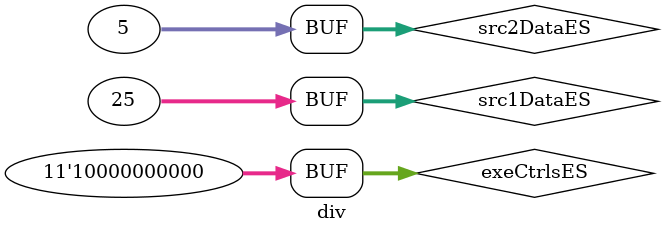
<source format=v>
`timescale 1ns / 1ps

module div;

reg [10:0] exeCtrlsES;
reg [31:0] src1DataES;
reg [31:0] src2DataES;
wire [31:0] aluResult;

ALU alu_inst (
    .aluOps(exeCtrlsES),
    .aluSrc1Data(src1DataES),
    .aluSrc2Data(src2DataES),
    .aluResult(aluResult)
);

// Clock generation
initial begin
    exeCtrlsES = 11'b10000000000;
    src1DataES = 32'h00000019;
    src2DataES = 32'h00000005;
end

endmodule

</source>
